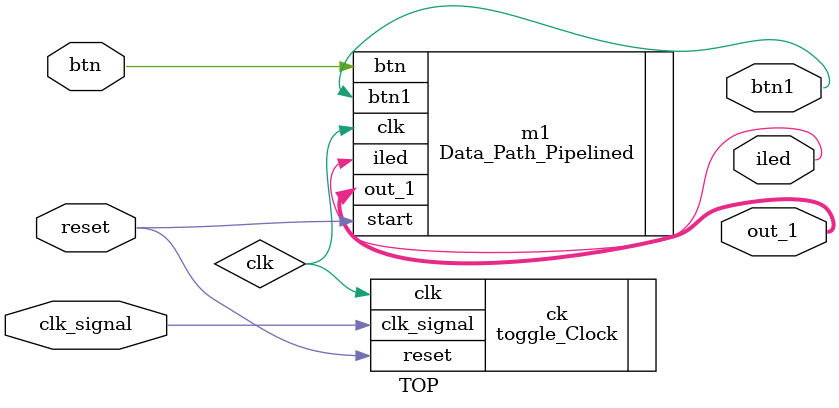
<source format=v>
`timescale 1ns / 1ps

module TOP(
    input reset, 
    input clk_signal,  
    input btn,
    output [3:0] out_1,
    output iled,
    output btn1
);
    wire clk;
    
    toggle_Clock ck(.reset(reset),.clk_signal(clk_signal), .clk(clk));

    Data_Path_Pipelined m1(.clk(clk) ,.start(reset),.btn(btn) ,.out_1(out_1),.iled(iled),.btn1(btn1));
endmodule
</source>
